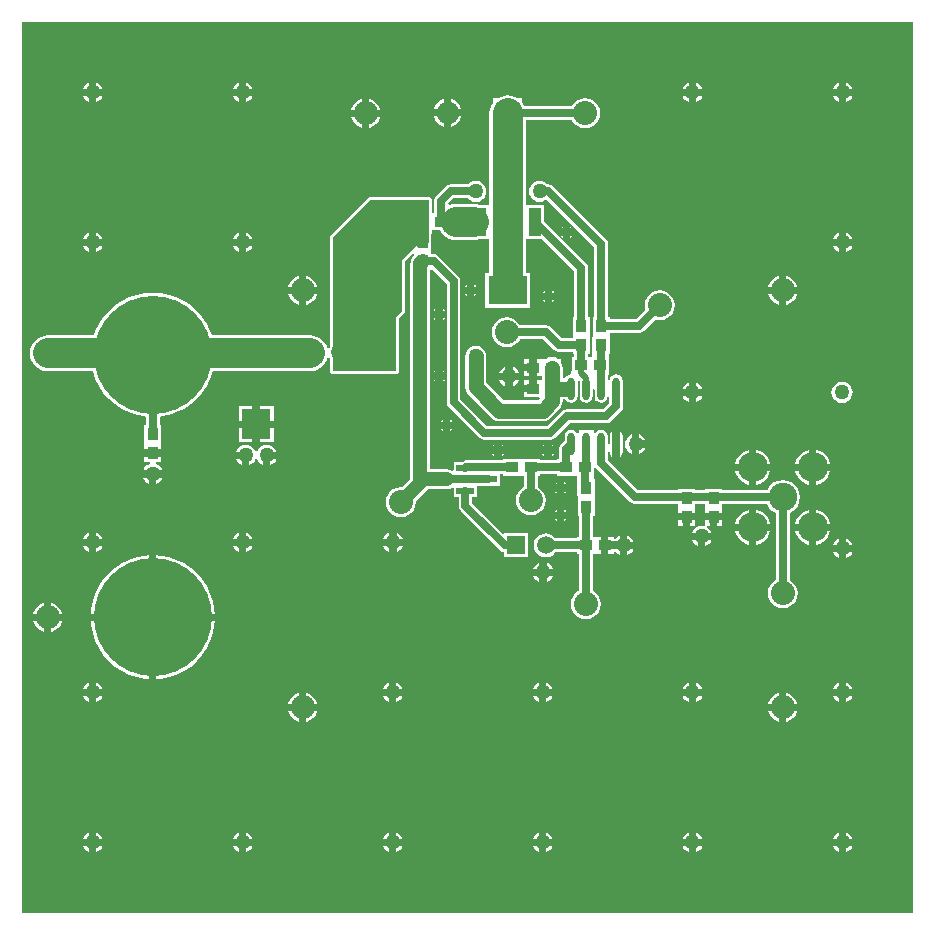
<source format=gtl>
%FSLAX24Y24*%
%MOIN*%
G70*
G01*
G75*
G04 Layer_Physical_Order=1*
G04 Layer_Color=255*
%ADD10R,0.0394X0.0374*%
%ADD11R,0.0374X0.0394*%
%ADD12R,0.1299X0.0945*%
%ADD13R,0.0394X0.0945*%
%ADD14R,0.0965X0.1004*%
%ADD15O,0.0236X0.0748*%
%ADD16R,0.0591X0.0236*%
%ADD17C,0.0450*%
%ADD18C,0.0250*%
%ADD19C,0.0500*%
%ADD20C,0.1000*%
%ADD21C,0.0200*%
%ADD22C,0.0800*%
%ADD23C,0.3937*%
%ADD24R,0.0750X0.0750*%
%ADD25C,0.0748*%
%ADD26C,0.0591*%
%ADD27R,0.0591X0.0591*%
%ADD28C,0.0950*%
%ADD29C,0.1000*%
%ADD30C,0.0500*%
%ADD31C,0.0250*%
G36*
X29847Y153D02*
X153D01*
Y29847D01*
X29847D01*
Y153D01*
D02*
G37*
%LPC*%
G36*
X12385Y12375D02*
X12183D01*
X12204Y12323D01*
X12260Y12250D01*
X12333Y12194D01*
X12385Y12173D01*
Y12375D01*
D02*
G37*
G36*
X12837D02*
X12635D01*
Y12173D01*
X12687Y12194D01*
X12760Y12250D01*
X12816Y12323D01*
X12837Y12375D01*
D02*
G37*
G36*
X22675Y12575D02*
X22473D01*
X22494Y12523D01*
X22550Y12450D01*
X22623Y12394D01*
X22675Y12373D01*
Y12575D01*
D02*
G37*
G36*
X2827Y12375D02*
X2625D01*
Y12173D01*
X2677Y12194D01*
X2750Y12250D01*
X2806Y12323D01*
X2827Y12375D01*
D02*
G37*
G36*
X7375D02*
X7173D01*
X7194Y12323D01*
X7250Y12250D01*
X7323Y12194D01*
X7375Y12173D01*
Y12375D01*
D02*
G37*
G36*
X7827D02*
X7625D01*
Y12173D01*
X7677Y12194D01*
X7750Y12250D01*
X7806Y12323D01*
X7827Y12375D01*
D02*
G37*
G36*
X23127Y12575D02*
X22925D01*
Y12373D01*
X22977Y12394D01*
X23050Y12450D01*
X23106Y12523D01*
X23127Y12575D01*
D02*
G37*
G36*
X27089Y12875D02*
X26625D01*
Y12411D01*
X26731Y12443D01*
X26835Y12499D01*
X26926Y12574D01*
X27001Y12665D01*
X27057Y12769D01*
X27089Y12875D01*
D02*
G37*
G36*
X27375Y12627D02*
X27323Y12606D01*
X27250Y12550D01*
X27194Y12477D01*
X27173Y12425D01*
X27375D01*
Y12627D01*
D02*
G37*
G36*
X27625D02*
Y12425D01*
X27827D01*
X27806Y12477D01*
X27750Y12550D01*
X27677Y12606D01*
X27625Y12627D01*
D02*
G37*
G36*
X24375Y12875D02*
X23911D01*
X23943Y12769D01*
X23999Y12665D01*
X24074Y12574D01*
X24165Y12499D01*
X24269Y12443D01*
X24375Y12411D01*
Y12875D01*
D02*
G37*
G36*
X25089D02*
X24625D01*
Y12411D01*
X24731Y12443D01*
X24835Y12499D01*
X24926Y12574D01*
X25001Y12665D01*
X25057Y12769D01*
X25089Y12875D01*
D02*
G37*
G36*
X26375D02*
X25911D01*
X25943Y12769D01*
X25999Y12665D01*
X26074Y12574D01*
X26165Y12499D01*
X26269Y12443D01*
X26375Y12411D01*
Y12875D01*
D02*
G37*
G36*
X2375Y12375D02*
X2173D01*
X2194Y12323D01*
X2250Y12250D01*
X2323Y12194D01*
X2375Y12173D01*
Y12375D01*
D02*
G37*
G36*
X1125Y10488D02*
Y10125D01*
X1488D01*
X1487Y10131D01*
X1437Y10252D01*
X1357Y10357D01*
X1252Y10437D01*
X1131Y10487D01*
X1125Y10488D01*
D02*
G37*
G36*
X4375Y12065D02*
X4229Y12055D01*
X3963Y12002D01*
X3707Y11915D01*
X3464Y11795D01*
X3238Y11645D01*
X3034Y11466D01*
X2855Y11262D01*
X2705Y11036D01*
X2585Y10793D01*
X2498Y10537D01*
X2445Y10271D01*
X2435Y10125D01*
X4375D01*
Y12065D01*
D02*
G37*
G36*
X4625D02*
Y10125D01*
X6565D01*
X6555Y10271D01*
X6502Y10537D01*
X6415Y10793D01*
X6295Y11036D01*
X6145Y11262D01*
X5966Y11466D01*
X5762Y11645D01*
X5536Y11795D01*
X5293Y11915D01*
X5037Y12002D01*
X4771Y12055D01*
X4625Y12065D01*
D02*
G37*
G36*
X875Y9875D02*
X512D01*
X513Y9869D01*
X563Y9748D01*
X643Y9643D01*
X748Y9563D01*
X869Y9513D01*
X875Y9512D01*
Y9875D01*
D02*
G37*
G36*
X1488D02*
X1125D01*
Y9512D01*
X1131Y9513D01*
X1252Y9563D01*
X1357Y9643D01*
X1437Y9748D01*
X1487Y9869D01*
X1488Y9875D01*
D02*
G37*
G36*
X875Y10488D02*
X869Y10487D01*
X748Y10437D01*
X643Y10357D01*
X563Y10252D01*
X513Y10131D01*
X512Y10125D01*
X875D01*
Y10488D01*
D02*
G37*
G36*
X17390Y11375D02*
X17188D01*
X17209Y11323D01*
X17265Y11250D01*
X17338Y11194D01*
X17390Y11173D01*
Y11375D01*
D02*
G37*
G36*
X27375Y12175D02*
X27173D01*
X27194Y12123D01*
X27250Y12050D01*
X27323Y11994D01*
X27375Y11973D01*
Y12175D01*
D02*
G37*
G36*
X27827D02*
X27625D01*
Y11973D01*
X27677Y11994D01*
X27750Y12050D01*
X27806Y12123D01*
X27827Y12175D01*
D02*
G37*
G36*
X20527Y12275D02*
X20325D01*
Y12073D01*
X20377Y12094D01*
X20450Y12150D01*
X20506Y12223D01*
X20527Y12275D01*
D02*
G37*
G36*
X17842Y11375D02*
X17640D01*
Y11173D01*
X17691Y11194D01*
X17765Y11250D01*
X17821Y11323D01*
X17842Y11375D01*
D02*
G37*
G36*
X17390Y11827D02*
X17338Y11806D01*
X17265Y11750D01*
X17209Y11677D01*
X17188Y11625D01*
X17390D01*
Y11827D01*
D02*
G37*
G36*
X17640D02*
Y11625D01*
X17842D01*
X17821Y11677D01*
X17765Y11750D01*
X17691Y11806D01*
X17640Y11827D01*
D02*
G37*
G36*
X18287Y13275D02*
X18225D01*
Y13213D01*
X18262Y13238D01*
X18287Y13275D01*
D02*
G37*
G36*
X17975Y13587D02*
X17937Y13562D01*
X17912Y13525D01*
X17975D01*
Y13587D01*
D02*
G37*
G36*
X18225D02*
Y13525D01*
X18287D01*
X18262Y13562D01*
X18225Y13587D01*
D02*
G37*
G36*
X26375Y13589D02*
X26269Y13557D01*
X26165Y13501D01*
X26074Y13426D01*
X25999Y13335D01*
X25943Y13231D01*
X25911Y13125D01*
X26375D01*
Y13589D01*
D02*
G37*
G36*
X26625D02*
Y13125D01*
X27089D01*
X27057Y13231D01*
X27001Y13335D01*
X26926Y13426D01*
X26835Y13501D01*
X26731Y13557D01*
X26625Y13589D01*
D02*
G37*
G36*
X17975Y13275D02*
X17912D01*
X17937Y13238D01*
X17975Y13213D01*
Y13275D01*
D02*
G37*
G36*
Y14190D02*
X17912D01*
X17937Y14153D01*
X17975Y14128D01*
Y14190D01*
D02*
G37*
G36*
X26375Y14875D02*
X25911D01*
X25943Y14769D01*
X25999Y14665D01*
X26074Y14574D01*
X26165Y14499D01*
X26269Y14443D01*
X26375Y14411D01*
Y14875D01*
D02*
G37*
G36*
X27089D02*
X26625D01*
Y14411D01*
X26731Y14443D01*
X26835Y14499D01*
X26926Y14574D01*
X27001Y14665D01*
X27057Y14769D01*
X27089Y14875D01*
D02*
G37*
G36*
X17975Y14502D02*
X17937Y14477D01*
X17912Y14440D01*
X17975D01*
Y14502D01*
D02*
G37*
G36*
X18287Y14190D02*
X18225D01*
Y14128D01*
X18262Y14153D01*
X18287Y14190D01*
D02*
G37*
G36*
X24375Y14875D02*
X23911D01*
X23943Y14769D01*
X23999Y14665D01*
X24074Y14574D01*
X24165Y14499D01*
X24269Y14443D01*
X24375Y14411D01*
Y14875D01*
D02*
G37*
G36*
X25089D02*
X24625D01*
Y14411D01*
X24731Y14443D01*
X24835Y14499D01*
X24926Y14574D01*
X25001Y14665D01*
X25057Y14769D01*
X25089Y14875D01*
D02*
G37*
G36*
X24625Y13589D02*
Y13125D01*
X25089D01*
X25057Y13231D01*
X25001Y13335D01*
X24926Y13426D01*
X24835Y13501D01*
X24731Y13557D01*
X24625Y13589D01*
D02*
G37*
G36*
X2625Y12827D02*
Y12625D01*
X2827D01*
X2806Y12677D01*
X2750Y12750D01*
X2677Y12806D01*
X2625Y12827D01*
D02*
G37*
G36*
X7375D02*
X7323Y12806D01*
X7250Y12750D01*
X7194Y12677D01*
X7173Y12625D01*
X7375D01*
Y12827D01*
D02*
G37*
G36*
X7625D02*
Y12625D01*
X7827D01*
X7806Y12677D01*
X7750Y12750D01*
X7677Y12806D01*
X7625Y12827D01*
D02*
G37*
G36*
X20325Y12727D02*
Y12525D01*
X20527D01*
X20506Y12577D01*
X20450Y12650D01*
X20377Y12706D01*
X20325Y12727D01*
D02*
G37*
G36*
X20075D02*
X20023Y12706D01*
X19950Y12650D01*
X19909Y12596D01*
X19862Y12612D01*
Y12687D01*
X19690D01*
Y12400D01*
Y12113D01*
X19862D01*
Y12188D01*
X19909Y12204D01*
X19950Y12150D01*
X20023Y12094D01*
X20075Y12073D01*
Y12400D01*
Y12727D01*
D02*
G37*
G36*
X2375Y12827D02*
X2323Y12806D01*
X2250Y12750D01*
X2194Y12677D01*
X2173Y12625D01*
X2375D01*
Y12827D01*
D02*
G37*
G36*
X12385D02*
X12333Y12806D01*
X12260Y12750D01*
X12204Y12677D01*
X12183Y12625D01*
X12385D01*
Y12827D01*
D02*
G37*
G36*
X22587Y13230D02*
X22425D01*
Y13058D01*
X22587D01*
Y13230D01*
D02*
G37*
G36*
X23487Y13230D02*
X23325D01*
Y13058D01*
X23487D01*
Y13230D01*
D02*
G37*
G36*
X24375Y13589D02*
X24269Y13557D01*
X24165Y13501D01*
X24074Y13426D01*
X23999Y13335D01*
X23943Y13231D01*
X23911Y13125D01*
X24375D01*
Y13589D01*
D02*
G37*
G36*
X12635Y12827D02*
Y12625D01*
X12837D01*
X12816Y12677D01*
X12760Y12750D01*
X12687Y12806D01*
X12635Y12827D01*
D02*
G37*
G36*
X23075Y13230D02*
X22913D01*
Y13076D01*
X22875Y13043D01*
X22800Y13053D01*
X22709Y13041D01*
X22623Y13006D01*
X22550Y12950D01*
X22494Y12877D01*
X22473Y12825D01*
X23127D01*
X23106Y12877D01*
X23050Y12950D01*
X22977Y13006D01*
X22968Y13009D01*
X22978Y13058D01*
X23075D01*
Y13230D01*
D02*
G37*
G36*
X22175Y13230D02*
X22013D01*
Y13058D01*
X22175D01*
Y13230D01*
D02*
G37*
G36*
X12625Y2827D02*
Y2625D01*
X12827D01*
X12806Y2677D01*
X12750Y2750D01*
X12677Y2806D01*
X12625Y2827D01*
D02*
G37*
G36*
X17375D02*
X17323Y2806D01*
X17250Y2750D01*
X17194Y2677D01*
X17173Y2625D01*
X17375D01*
Y2827D01*
D02*
G37*
G36*
X17625D02*
Y2625D01*
X17827D01*
X17806Y2677D01*
X17750Y2750D01*
X17677Y2806D01*
X17625Y2827D01*
D02*
G37*
G36*
X7375D02*
X7323Y2806D01*
X7250Y2750D01*
X7194Y2677D01*
X7173Y2625D01*
X7375D01*
Y2827D01*
D02*
G37*
G36*
X7625D02*
Y2625D01*
X7827D01*
X7806Y2677D01*
X7750Y2750D01*
X7677Y2806D01*
X7625Y2827D01*
D02*
G37*
G36*
X12375D02*
X12323Y2806D01*
X12250Y2750D01*
X12194Y2677D01*
X12173Y2625D01*
X12375D01*
Y2827D01*
D02*
G37*
G36*
X22365D02*
X22313Y2806D01*
X22240Y2750D01*
X22184Y2677D01*
X22163Y2625D01*
X22365D01*
Y2827D01*
D02*
G37*
G36*
X25375Y6875D02*
X25012D01*
X25013Y6869D01*
X25063Y6748D01*
X25143Y6643D01*
X25248Y6563D01*
X25369Y6513D01*
X25375Y6512D01*
Y6875D01*
D02*
G37*
G36*
X25988D02*
X25625D01*
Y6512D01*
X25631Y6513D01*
X25752Y6563D01*
X25857Y6643D01*
X25937Y6748D01*
X25987Y6869D01*
X25988Y6875D01*
D02*
G37*
G36*
X9375Y6876D02*
X9012D01*
X9013Y6870D01*
X9063Y6749D01*
X9143Y6644D01*
X9248Y6564D01*
X9369Y6514D01*
X9375Y6513D01*
Y6876D01*
D02*
G37*
G36*
X22615Y2827D02*
Y2625D01*
X22817D01*
X22796Y2677D01*
X22740Y2750D01*
X22667Y2806D01*
X22615Y2827D01*
D02*
G37*
G36*
X27375D02*
X27323Y2806D01*
X27250Y2750D01*
X27194Y2677D01*
X27173Y2625D01*
X27375D01*
Y2827D01*
D02*
G37*
G36*
X27625D02*
Y2625D01*
X27827D01*
X27806Y2677D01*
X27750Y2750D01*
X27677Y2806D01*
X27625Y2827D01*
D02*
G37*
G36*
X2625D02*
Y2625D01*
X2827D01*
X2806Y2677D01*
X2750Y2750D01*
X2677Y2806D01*
X2625Y2827D01*
D02*
G37*
G36*
X7827Y2375D02*
X7625D01*
Y2173D01*
X7677Y2194D01*
X7750Y2250D01*
X7806Y2323D01*
X7827Y2375D01*
D02*
G37*
G36*
X12375D02*
X12173D01*
X12194Y2323D01*
X12250Y2250D01*
X12323Y2194D01*
X12375Y2173D01*
Y2375D01*
D02*
G37*
G36*
X12827D02*
X12625D01*
Y2173D01*
X12677Y2194D01*
X12750Y2250D01*
X12806Y2323D01*
X12827Y2375D01*
D02*
G37*
G36*
X2375D02*
X2173D01*
X2194Y2323D01*
X2250Y2250D01*
X2323Y2194D01*
X2375Y2173D01*
Y2375D01*
D02*
G37*
G36*
X2827D02*
X2625D01*
Y2173D01*
X2677Y2194D01*
X2750Y2250D01*
X2806Y2323D01*
X2827Y2375D01*
D02*
G37*
G36*
X7375D02*
X7173D01*
X7194Y2323D01*
X7250Y2250D01*
X7323Y2194D01*
X7375Y2173D01*
Y2375D01*
D02*
G37*
G36*
X17375D02*
X17173D01*
X17194Y2323D01*
X17250Y2250D01*
X17323Y2194D01*
X17375Y2173D01*
Y2375D01*
D02*
G37*
G36*
X27375D02*
X27173D01*
X27194Y2323D01*
X27250Y2250D01*
X27323Y2194D01*
X27375Y2173D01*
Y2375D01*
D02*
G37*
G36*
X27827D02*
X27625D01*
Y2173D01*
X27677Y2194D01*
X27750Y2250D01*
X27806Y2323D01*
X27827Y2375D01*
D02*
G37*
G36*
X2375Y2827D02*
X2323Y2806D01*
X2250Y2750D01*
X2194Y2677D01*
X2173Y2625D01*
X2375D01*
Y2827D01*
D02*
G37*
G36*
X17827Y2375D02*
X17625D01*
Y2173D01*
X17677Y2194D01*
X17750Y2250D01*
X17806Y2323D01*
X17827Y2375D01*
D02*
G37*
G36*
X22365D02*
X22163D01*
X22184Y2323D01*
X22240Y2250D01*
X22313Y2194D01*
X22365Y2173D01*
Y2375D01*
D02*
G37*
G36*
X22817D02*
X22615D01*
Y2173D01*
X22667Y2194D01*
X22740Y2250D01*
X22796Y2323D01*
X22817Y2375D01*
D02*
G37*
G36*
X12375Y7827D02*
X12323Y7806D01*
X12250Y7750D01*
X12194Y7677D01*
X12173Y7625D01*
X12375D01*
Y7827D01*
D02*
G37*
G36*
X12625D02*
Y7625D01*
X12827D01*
X12806Y7677D01*
X12750Y7750D01*
X12677Y7806D01*
X12625Y7827D01*
D02*
G37*
G36*
X17375D02*
X17323Y7806D01*
X17250Y7750D01*
X17194Y7677D01*
X17173Y7625D01*
X17375D01*
Y7827D01*
D02*
G37*
G36*
X27827Y7375D02*
X27625D01*
Y7173D01*
X27677Y7194D01*
X27750Y7250D01*
X27806Y7323D01*
X27827Y7375D01*
D02*
G37*
G36*
X2375Y7827D02*
X2323Y7806D01*
X2250Y7750D01*
X2194Y7677D01*
X2173Y7625D01*
X2375D01*
Y7827D01*
D02*
G37*
G36*
X2625D02*
Y7625D01*
X2827D01*
X2806Y7677D01*
X2750Y7750D01*
X2677Y7806D01*
X2625Y7827D01*
D02*
G37*
G36*
X17625D02*
Y7625D01*
X17827D01*
X17806Y7677D01*
X17750Y7750D01*
X17677Y7806D01*
X17625Y7827D01*
D02*
G37*
G36*
X27625D02*
Y7625D01*
X27827D01*
X27806Y7677D01*
X27750Y7750D01*
X27677Y7806D01*
X27625Y7827D01*
D02*
G37*
G36*
X4375Y9875D02*
X2435D01*
X2445Y9729D01*
X2498Y9463D01*
X2585Y9207D01*
X2705Y8964D01*
X2855Y8738D01*
X3034Y8534D01*
X3238Y8355D01*
X3464Y8205D01*
X3707Y8085D01*
X3963Y7998D01*
X4229Y7945D01*
X4375Y7935D01*
Y9875D01*
D02*
G37*
G36*
X6565D02*
X4625D01*
Y7935D01*
X4771Y7945D01*
X5037Y7998D01*
X5293Y8085D01*
X5536Y8205D01*
X5762Y8355D01*
X5966Y8534D01*
X6145Y8738D01*
X6295Y8964D01*
X6415Y9207D01*
X6502Y9463D01*
X6555Y9729D01*
X6565Y9875D01*
D02*
G37*
G36*
X22365Y7827D02*
X22313Y7806D01*
X22240Y7750D01*
X22184Y7677D01*
X22163Y7625D01*
X22365D01*
Y7827D01*
D02*
G37*
G36*
X22615D02*
Y7625D01*
X22817D01*
X22796Y7677D01*
X22740Y7750D01*
X22667Y7806D01*
X22615Y7827D01*
D02*
G37*
G36*
X27375D02*
X27323Y7806D01*
X27250Y7750D01*
X27194Y7677D01*
X27173Y7625D01*
X27375D01*
Y7827D01*
D02*
G37*
G36*
Y7375D02*
X27173D01*
X27194Y7323D01*
X27250Y7250D01*
X27323Y7194D01*
X27375Y7173D01*
Y7375D01*
D02*
G37*
G36*
X9375Y7489D02*
X9369Y7488D01*
X9248Y7438D01*
X9143Y7358D01*
X9063Y7253D01*
X9013Y7132D01*
X9012Y7126D01*
X9375D01*
Y7489D01*
D02*
G37*
G36*
X9625D02*
Y7126D01*
X9988D01*
X9987Y7132D01*
X9937Y7253D01*
X9857Y7358D01*
X9752Y7438D01*
X9631Y7488D01*
X9625Y7489D01*
D02*
G37*
G36*
X2375Y7375D02*
X2173D01*
X2194Y7323D01*
X2250Y7250D01*
X2323Y7194D01*
X2375Y7173D01*
Y7375D01*
D02*
G37*
G36*
X9988Y6876D02*
X9625D01*
Y6513D01*
X9631Y6514D01*
X9752Y6564D01*
X9857Y6644D01*
X9937Y6749D01*
X9987Y6870D01*
X9988Y6876D01*
D02*
G37*
G36*
X25375Y7488D02*
X25369Y7487D01*
X25248Y7437D01*
X25143Y7357D01*
X25063Y7252D01*
X25013Y7131D01*
X25012Y7125D01*
X25375D01*
Y7488D01*
D02*
G37*
G36*
X25625D02*
Y7125D01*
X25988D01*
X25987Y7131D01*
X25937Y7252D01*
X25857Y7357D01*
X25752Y7437D01*
X25631Y7487D01*
X25625Y7488D01*
D02*
G37*
G36*
X2827Y7375D02*
X2625D01*
Y7173D01*
X2677Y7194D01*
X2750Y7250D01*
X2806Y7323D01*
X2827Y7375D01*
D02*
G37*
G36*
X17827D02*
X17625D01*
Y7173D01*
X17677Y7194D01*
X17750Y7250D01*
X17806Y7323D01*
X17827Y7375D01*
D02*
G37*
G36*
X22365D02*
X22163D01*
X22184Y7323D01*
X22240Y7250D01*
X22313Y7194D01*
X22365Y7173D01*
Y7375D01*
D02*
G37*
G36*
X22817D02*
X22615D01*
Y7173D01*
X22667Y7194D01*
X22740Y7250D01*
X22796Y7323D01*
X22817Y7375D01*
D02*
G37*
G36*
X12375D02*
X12173D01*
X12194Y7323D01*
X12250Y7250D01*
X12323Y7194D01*
X12375Y7173D01*
Y7375D01*
D02*
G37*
G36*
X12827D02*
X12625D01*
Y7173D01*
X12677Y7194D01*
X12750Y7250D01*
X12806Y7323D01*
X12827Y7375D01*
D02*
G37*
G36*
X17375D02*
X17173D01*
X17194Y7323D01*
X17250Y7250D01*
X17323Y7194D01*
X17375Y7173D01*
Y7375D01*
D02*
G37*
G36*
X18225Y14502D02*
Y14440D01*
X18287D01*
X18262Y14477D01*
X18225Y14502D01*
D02*
G37*
G36*
X2625Y22827D02*
Y22625D01*
X2827D01*
X2806Y22677D01*
X2750Y22750D01*
X2677Y22806D01*
X2625Y22827D01*
D02*
G37*
G36*
X7375D02*
X7323Y22806D01*
X7250Y22750D01*
X7194Y22677D01*
X7173Y22625D01*
X7375D01*
Y22827D01*
D02*
G37*
G36*
X7625D02*
Y22625D01*
X7827D01*
X7806Y22677D01*
X7750Y22750D01*
X7677Y22806D01*
X7625Y22827D01*
D02*
G37*
G36*
X27375Y22375D02*
X27173D01*
X27194Y22323D01*
X27250Y22250D01*
X27323Y22194D01*
X27375Y22173D01*
Y22375D01*
D02*
G37*
G36*
X27827D02*
X27625D01*
Y22173D01*
X27677Y22194D01*
X27750Y22250D01*
X27806Y22323D01*
X27827Y22375D01*
D02*
G37*
G36*
X2375Y22827D02*
X2323Y22806D01*
X2250Y22750D01*
X2194Y22677D01*
X2173Y22625D01*
X2375D01*
Y22827D01*
D02*
G37*
G36*
X18480Y22722D02*
X18418D01*
Y22660D01*
X18455Y22685D01*
X18480Y22722D01*
D02*
G37*
G36*
X18168Y23034D02*
X18131Y23009D01*
X18106Y22972D01*
X18168D01*
Y23034D01*
D02*
G37*
G36*
X18418D02*
Y22972D01*
X18480D01*
X18455Y23009D01*
X18418Y23034D01*
D02*
G37*
G36*
X27375Y22827D02*
X27323Y22806D01*
X27250Y22750D01*
X27194Y22677D01*
X27173Y22625D01*
X27375D01*
Y22827D01*
D02*
G37*
G36*
X27625D02*
Y22625D01*
X27827D01*
X27806Y22677D01*
X27750Y22750D01*
X27677Y22806D01*
X27625Y22827D01*
D02*
G37*
G36*
X18168Y22722D02*
X18106D01*
X18131Y22685D01*
X18168Y22660D01*
Y22722D01*
D02*
G37*
G36*
X7827Y22375D02*
X7625D01*
Y22173D01*
X7677Y22194D01*
X7750Y22250D01*
X7806Y22323D01*
X7827Y22375D01*
D02*
G37*
G36*
X25375Y20774D02*
X25012D01*
X25013Y20769D01*
X25063Y20647D01*
X25143Y20543D01*
X25248Y20463D01*
X25369Y20412D01*
X25375Y20412D01*
Y20774D01*
D02*
G37*
G36*
X25988D02*
X25625D01*
Y20412D01*
X25631Y20412D01*
X25752Y20463D01*
X25857Y20543D01*
X25937Y20647D01*
X25987Y20769D01*
X25988Y20774D01*
D02*
G37*
G36*
X9375Y21387D02*
X9369Y21387D01*
X9248Y21336D01*
X9143Y21256D01*
X9063Y21152D01*
X9013Y21030D01*
X9012Y21024D01*
X9375D01*
Y21387D01*
D02*
G37*
G36*
X14175Y20287D02*
Y20225D01*
X14237D01*
X14212Y20262D01*
X14175Y20287D01*
D02*
G37*
G36*
X9375Y20774D02*
X9012D01*
X9013Y20769D01*
X9063Y20647D01*
X9143Y20543D01*
X9248Y20463D01*
X9369Y20412D01*
X9375Y20412D01*
Y20774D01*
D02*
G37*
G36*
X9988D02*
X9625D01*
Y20412D01*
X9631Y20412D01*
X9752Y20463D01*
X9857Y20543D01*
X9937Y20647D01*
X9987Y20769D01*
X9988Y20774D01*
D02*
G37*
G36*
X2375Y22375D02*
X2173D01*
X2194Y22323D01*
X2250Y22250D01*
X2323Y22194D01*
X2375Y22173D01*
Y22375D01*
D02*
G37*
G36*
X2827D02*
X2625D01*
Y22173D01*
X2677Y22194D01*
X2750Y22250D01*
X2806Y22323D01*
X2827Y22375D01*
D02*
G37*
G36*
X7375D02*
X7173D01*
X7194Y22323D01*
X7250Y22250D01*
X7323Y22194D01*
X7375Y22173D01*
Y22375D01*
D02*
G37*
G36*
X9625Y21387D02*
Y21024D01*
X9988D01*
X9987Y21030D01*
X9937Y21152D01*
X9857Y21256D01*
X9752Y21336D01*
X9631Y21387D01*
X9625Y21387D01*
D02*
G37*
G36*
X25375D02*
X25369Y21387D01*
X25248Y21336D01*
X25143Y21256D01*
X25063Y21152D01*
X25013Y21030D01*
X25012Y21024D01*
X25375D01*
Y21387D01*
D02*
G37*
G36*
X25625D02*
Y21024D01*
X25988D01*
X25987Y21030D01*
X25937Y21152D01*
X25857Y21256D01*
X25752Y21336D01*
X25631Y21387D01*
X25625Y21387D01*
D02*
G37*
G36*
X27827Y27375D02*
X27625D01*
Y27173D01*
X27677Y27194D01*
X27750Y27250D01*
X27806Y27323D01*
X27827Y27375D01*
D02*
G37*
G36*
X2375Y27827D02*
X2323Y27806D01*
X2250Y27750D01*
X2194Y27677D01*
X2173Y27625D01*
X2375D01*
Y27827D01*
D02*
G37*
G36*
X2625D02*
Y27625D01*
X2827D01*
X2806Y27677D01*
X2750Y27750D01*
X2677Y27806D01*
X2625Y27827D01*
D02*
G37*
G36*
X22365Y27375D02*
X22163D01*
X22184Y27323D01*
X22240Y27250D01*
X22313Y27194D01*
X22365Y27173D01*
Y27375D01*
D02*
G37*
G36*
X22817D02*
X22615D01*
Y27173D01*
X22667Y27194D01*
X22740Y27250D01*
X22796Y27323D01*
X22817Y27375D01*
D02*
G37*
G36*
X27375D02*
X27173D01*
X27194Y27323D01*
X27250Y27250D01*
X27323Y27194D01*
X27375Y27173D01*
Y27375D01*
D02*
G37*
G36*
X22615Y27827D02*
Y27625D01*
X22817D01*
X22796Y27677D01*
X22740Y27750D01*
X22667Y27806D01*
X22615Y27827D01*
D02*
G37*
G36*
X27375D02*
X27323Y27806D01*
X27250Y27750D01*
X27194Y27677D01*
X27173Y27625D01*
X27375D01*
Y27827D01*
D02*
G37*
G36*
X27625D02*
Y27625D01*
X27827D01*
X27806Y27677D01*
X27750Y27750D01*
X27677Y27806D01*
X27625Y27827D01*
D02*
G37*
G36*
X7375D02*
X7323Y27806D01*
X7250Y27750D01*
X7194Y27677D01*
X7173Y27625D01*
X7375D01*
Y27827D01*
D02*
G37*
G36*
X7625D02*
Y27625D01*
X7827D01*
X7806Y27677D01*
X7750Y27750D01*
X7677Y27806D01*
X7625Y27827D01*
D02*
G37*
G36*
X22365D02*
X22313Y27806D01*
X22240Y27750D01*
X22184Y27677D01*
X22163Y27625D01*
X22365D01*
Y27827D01*
D02*
G37*
G36*
X7827Y27375D02*
X7625D01*
Y27173D01*
X7677Y27194D01*
X7750Y27250D01*
X7806Y27323D01*
X7827Y27375D01*
D02*
G37*
G36*
X14205Y26696D02*
X13869D01*
X13916Y26582D01*
X13992Y26483D01*
X14091Y26407D01*
X14205Y26360D01*
Y26696D01*
D02*
G37*
G36*
X14791D02*
X14455D01*
Y26360D01*
X14569Y26407D01*
X14668Y26483D01*
X14744Y26582D01*
X14791Y26696D01*
D02*
G37*
G36*
X11475Y27288D02*
X11469Y27287D01*
X11348Y27237D01*
X11243Y27157D01*
X11163Y27052D01*
X11113Y26931D01*
X11112Y26925D01*
X11475D01*
Y27288D01*
D02*
G37*
G36*
X16330Y27403D02*
X16212Y27391D01*
X16099Y27357D01*
X15995Y27301D01*
X15989Y27296D01*
X15855D01*
Y27167D01*
X15829Y27135D01*
X15773Y27031D01*
X15739Y26918D01*
X15727Y26800D01*
Y23755D01*
X15721D01*
Y23755D01*
X15380D01*
X15318Y23774D01*
X15200Y23786D01*
X14620D01*
X14502Y23774D01*
X14389Y23740D01*
X14387Y23739D01*
X14363Y23753D01*
X14357Y23803D01*
X14525Y23971D01*
X15005D01*
X15020Y23950D01*
X15093Y23894D01*
X15179Y23859D01*
X15270Y23847D01*
X15361Y23859D01*
X15447Y23894D01*
X15520Y23950D01*
X15576Y24023D01*
X15611Y24109D01*
X15623Y24200D01*
X15611Y24291D01*
X15576Y24377D01*
X15520Y24450D01*
X15447Y24506D01*
X15361Y24541D01*
X15270Y24553D01*
X15179Y24541D01*
X15093Y24506D01*
X15020Y24450D01*
X15005Y24429D01*
X14430D01*
X14342Y24412D01*
X14268Y24362D01*
X13953Y24047D01*
X13903Y23973D01*
X13886Y23885D01*
Y23470D01*
X13837D01*
X13837Y23470D01*
Y23470D01*
X13812Y23470D01*
X13802Y23480D01*
Y23900D01*
X13794Y23939D01*
X13772Y23972D01*
X13739Y23994D01*
X13700Y24002D01*
X11740D01*
X11701Y23994D01*
X11668Y23972D01*
X10428Y22732D01*
X10406Y22699D01*
X10398Y22660D01*
Y20462D01*
X10397Y20454D01*
Y19018D01*
X10376Y18966D01*
X10326Y18969D01*
X10307Y19031D01*
X10251Y19136D01*
X10176Y19227D01*
X10085Y19302D01*
X9980Y19357D01*
X9867Y19392D01*
X9750Y19403D01*
X8548Y19403D01*
X8532Y19418D01*
Y19418D01*
X7368D01*
Y19402D01*
X6463Y19402D01*
X6415Y19543D01*
X6295Y19786D01*
X6145Y20012D01*
X5966Y20216D01*
X5762Y20395D01*
X5536Y20545D01*
X5293Y20665D01*
X5037Y20752D01*
X4771Y20805D01*
X4500Y20823D01*
X4229Y20805D01*
X3963Y20752D01*
X3707Y20665D01*
X3464Y20545D01*
X3238Y20395D01*
X3034Y20216D01*
X2855Y20012D01*
X2705Y19786D01*
X2585Y19543D01*
X2536Y19400D01*
X1000Y19400D01*
X882Y19388D01*
X769Y19354D01*
X665Y19298D01*
X573Y19223D01*
X499Y19132D01*
X443Y19027D01*
X409Y18914D01*
X397Y18797D01*
X409Y18679D01*
X443Y18566D01*
X499Y18462D01*
X574Y18370D01*
X665Y18295D01*
X769Y18240D01*
X883Y18205D01*
X1000Y18194D01*
X2504Y18194D01*
X2585Y17957D01*
X2705Y17714D01*
X2855Y17488D01*
X3034Y17284D01*
X3238Y17105D01*
X3464Y16955D01*
X3707Y16835D01*
X3963Y16748D01*
X4229Y16695D01*
X4271Y16692D01*
Y16396D01*
X4213D01*
Y15802D01*
X4213Y15802D01*
X4213Y15766D01*
X4213D01*
Y15594D01*
X4787D01*
Y15766D01*
D01*
Y15766D01*
X4787Y15766D01*
Y15802D01*
X4787D01*
Y16396D01*
X4729D01*
Y16692D01*
X4771Y16695D01*
X5037Y16748D01*
X5293Y16835D01*
X5536Y16955D01*
X5762Y17105D01*
X5966Y17284D01*
X6145Y17488D01*
X6295Y17714D01*
X6415Y17957D01*
X6496Y18196D01*
X9750Y18197D01*
X9868Y18209D01*
X9981Y18243D01*
X10085Y18299D01*
X10176Y18374D01*
X10251Y18466D01*
X10307Y18570D01*
X10339Y18674D01*
X10362Y18675D01*
X10398Y18641D01*
Y18200D01*
X10406Y18161D01*
X10428Y18128D01*
X10461Y18106D01*
X10500Y18098D01*
X12600D01*
X12639Y18106D01*
X12672Y18128D01*
X12694Y18161D01*
X12702Y18200D01*
Y19958D01*
X12872Y20128D01*
X12894Y20161D01*
X12902Y20200D01*
Y21868D01*
X13167Y22133D01*
X13213Y22113D01*
Y22062D01*
X13188Y22037D01*
X13136Y21969D01*
X13120Y21929D01*
X13103Y21890D01*
X13098Y21847D01*
X13092Y21805D01*
Y14626D01*
X12806Y14340D01*
X12770Y14344D01*
X12639Y14327D01*
X12518Y14277D01*
X12413Y14197D01*
X12333Y14092D01*
X12283Y13971D01*
X12266Y13840D01*
X12283Y13709D01*
X12333Y13588D01*
X12413Y13483D01*
X12518Y13403D01*
X12639Y13353D01*
X12770Y13336D01*
X12901Y13353D01*
X13022Y13403D01*
X13127Y13483D01*
X13207Y13588D01*
X13257Y13709D01*
X13274Y13840D01*
X13270Y13876D01*
X13652Y14258D01*
X13663Y14272D01*
X14310D01*
X14395Y14283D01*
X14474Y14316D01*
X14486Y14325D01*
X14531Y14303D01*
Y14008D01*
X14697D01*
Y13717D01*
X14714Y13629D01*
X14764Y13555D01*
X14764Y13555D01*
X14764Y13555D01*
X16081Y12238D01*
X16081D01*
X16081Y12238D01*
X16081D01*
X16081Y12238D01*
Y12238D01*
X16081Y12238D01*
Y12238D01*
X16155Y12188D01*
X16205Y12178D01*
Y12005D01*
X16995D01*
Y12795D01*
X16205D01*
X16205Y12795D01*
Y12795D01*
X16182Y12786D01*
X15155Y13812D01*
Y14008D01*
X15321D01*
Y14371D01*
X15674D01*
X15731Y14382D01*
X16069D01*
Y14771D01*
X16188D01*
Y14713D01*
X16782D01*
Y14713D01*
X16782D01*
X16782Y14713D01*
X16818D01*
Y14713D01*
X16886D01*
Y14352D01*
X16848Y14337D01*
X16743Y14257D01*
X16663Y14152D01*
X16613Y14031D01*
X16596Y13900D01*
X16613Y13769D01*
X16663Y13648D01*
X16743Y13543D01*
X16848Y13463D01*
X16969Y13413D01*
X17100Y13396D01*
X17231Y13413D01*
X17352Y13463D01*
X17457Y13543D01*
X17537Y13648D01*
X17587Y13769D01*
X17604Y13900D01*
X17587Y14031D01*
X17537Y14152D01*
X17457Y14257D01*
X17352Y14337D01*
X17344Y14340D01*
Y14713D01*
X17412D01*
Y14771D01*
X17988D01*
Y14713D01*
X18582D01*
Y14713D01*
X18582D01*
X18582Y14713D01*
X18618D01*
D01*
X18650Y14713D01*
Y14050D01*
X18663D01*
X18663Y14018D01*
X18663D01*
X18663Y13982D01*
X18663D01*
Y13388D01*
X18721D01*
Y12687D01*
X18638D01*
Y12629D01*
X17922D01*
X17882Y12682D01*
X17799Y12745D01*
X17703Y12785D01*
X17600Y12799D01*
X17497Y12785D01*
X17401Y12745D01*
X17318Y12682D01*
X17255Y12599D01*
X17215Y12503D01*
X17201Y12400D01*
X17215Y12297D01*
X17255Y12201D01*
X17318Y12118D01*
X17401Y12055D01*
X17497Y12015D01*
X17600Y12001D01*
X17703Y12015D01*
X17799Y12055D01*
X17882Y12118D01*
X17922Y12171D01*
X18638D01*
Y12113D01*
X18706D01*
Y10886D01*
X18683Y10877D01*
X18578Y10797D01*
X18498Y10692D01*
X18448Y10571D01*
X18431Y10440D01*
X18448Y10309D01*
X18498Y10188D01*
X18578Y10083D01*
X18683Y10003D01*
X18805Y9953D01*
X18935Y9936D01*
X19066Y9953D01*
X19187Y10003D01*
X19292Y10083D01*
X19372Y10188D01*
X19422Y10309D01*
X19439Y10440D01*
X19422Y10571D01*
X19372Y10692D01*
X19292Y10797D01*
X19187Y10877D01*
X19164Y10886D01*
Y12113D01*
X19232D01*
Y12113D01*
X19232D01*
X19232Y12113D01*
X19268D01*
Y12113D01*
X19440D01*
Y12400D01*
Y12687D01*
X19268D01*
D01*
D01*
X19268Y12687D01*
X19232D01*
Y12687D01*
X19179D01*
Y13388D01*
X19237D01*
Y13982D01*
D01*
Y13982D01*
X19237Y13982D01*
Y14018D01*
X19237D01*
Y14612D01*
X19200D01*
Y14713D01*
X19212D01*
Y15000D01*
X19260Y15015D01*
X19288Y14973D01*
X20408Y13853D01*
X20482Y13803D01*
X20570Y13786D01*
X22013D01*
Y13688D01*
X22013Y13688D01*
X22013Y13652D01*
X22013D01*
Y13480D01*
X22587D01*
Y13652D01*
D01*
Y13652D01*
X22587Y13652D01*
Y13688D01*
X22587D01*
Y13786D01*
X22913D01*
Y13688D01*
X22913Y13688D01*
X22913Y13652D01*
X22913D01*
Y13480D01*
X23487D01*
Y13652D01*
D01*
Y13652D01*
X23487Y13652D01*
Y13688D01*
X23487D01*
Y13771D01*
X24973D01*
X24998Y13710D01*
X25090Y13590D01*
X25210Y13498D01*
X25271Y13473D01*
Y11246D01*
X25248Y11237D01*
X25143Y11157D01*
X25063Y11052D01*
X25013Y10931D01*
X24996Y10800D01*
X25013Y10669D01*
X25063Y10548D01*
X25143Y10443D01*
X25248Y10363D01*
X25369Y10313D01*
X25500Y10296D01*
X25631Y10313D01*
X25752Y10363D01*
X25857Y10443D01*
X25937Y10548D01*
X25987Y10669D01*
X26004Y10800D01*
X25987Y10931D01*
X25937Y11052D01*
X25857Y11157D01*
X25752Y11237D01*
X25729Y11246D01*
Y13473D01*
X25790Y13498D01*
X25910Y13590D01*
X26002Y13710D01*
X26060Y13850D01*
X26080Y14000D01*
X26060Y14150D01*
X26002Y14290D01*
X25910Y14410D01*
X25790Y14502D01*
X25650Y14560D01*
X25500Y14580D01*
X25350Y14560D01*
X25210Y14502D01*
X25090Y14410D01*
X24998Y14290D01*
X24973Y14229D01*
X23487D01*
Y14282D01*
X22913D01*
Y14244D01*
X22587D01*
Y14282D01*
X22013D01*
Y14244D01*
X20665D01*
X19679Y15230D01*
Y15506D01*
X19729Y15511D01*
X19745Y15434D01*
X19793Y15362D01*
X19825Y15340D01*
Y15775D01*
Y16209D01*
X19793Y16188D01*
X19745Y16116D01*
X19728Y16031D01*
Y15788D01*
X19709Y15786D01*
X19672Y15819D01*
Y16031D01*
X19655Y16116D01*
X19607Y16188D01*
X19535Y16236D01*
X19450Y16253D01*
X19365Y16236D01*
X19293Y16188D01*
X19248Y16121D01*
X19200Y16135D01*
Y16250D01*
X18966D01*
X18950Y16253D01*
X18934Y16250D01*
X18700D01*
Y16135D01*
X18652Y16121D01*
X18607Y16188D01*
X18535Y16236D01*
X18450Y16253D01*
X18365Y16236D01*
X18293Y16188D01*
X18245Y16116D01*
X18228Y16031D01*
Y15877D01*
X18123Y15772D01*
X18073Y15698D01*
X18056Y15610D01*
Y15287D01*
X17988D01*
Y15229D01*
X17412D01*
Y15287D01*
X16818D01*
D01*
D01*
X16818Y15287D01*
X16782D01*
Y15287D01*
X16188D01*
Y15229D01*
X14952D01*
X14864Y15212D01*
X14835Y15192D01*
X14531D01*
Y14897D01*
X14486Y14875D01*
X14474Y14884D01*
X14395Y14917D01*
X14310Y14928D01*
X13748D01*
Y21588D01*
X13787Y21588D01*
D01*
D01*
Y21588D01*
X13823Y21603D01*
X14301Y21125D01*
Y20216D01*
X14301Y20216D01*
Y19984D01*
X14301Y19984D01*
Y18166D01*
X14301Y18166D01*
Y17934D01*
X14301Y17934D01*
Y17170D01*
X14318Y17082D01*
X14368Y17008D01*
X14368Y17008D01*
X14368Y17008D01*
X15398Y15978D01*
X15398D01*
X15398Y15978D01*
X15398Y15978D01*
Y15978D01*
X15472Y15928D01*
X15560Y15911D01*
X17750D01*
X17838Y15928D01*
X17912Y15978D01*
X17912Y15978D01*
X17912Y15978D01*
X18405Y16471D01*
X19610D01*
X19698Y16488D01*
X19772Y16538D01*
X19772Y16538D01*
X19772Y16538D01*
X20112Y16878D01*
X20162Y16952D01*
X20179Y17040D01*
Y17625D01*
X20172Y17661D01*
Y17881D01*
X20155Y17966D01*
X20107Y18038D01*
X20035Y18087D01*
X19950Y18103D01*
X19865Y18087D01*
X19793Y18038D01*
X19745Y17966D01*
X19729Y17889D01*
X19679Y17894D01*
Y18079D01*
X19700Y18100D01*
Y18113D01*
X19712D01*
Y18687D01*
X19700D01*
Y18788D01*
X19737D01*
Y19382D01*
D01*
Y19382D01*
X19737Y19382D01*
Y19418D01*
X19737D01*
Y19486D01*
X20715D01*
X20803Y19503D01*
X20877Y19553D01*
X20877Y19553D01*
X20877Y19553D01*
X21247Y19922D01*
X21269Y19913D01*
X21400Y19896D01*
X21531Y19913D01*
X21652Y19963D01*
X21757Y20043D01*
X21837Y20148D01*
X21887Y20269D01*
X21904Y20400D01*
X21887Y20531D01*
X21837Y20652D01*
X21757Y20757D01*
X21652Y20837D01*
X21531Y20887D01*
X21400Y20904D01*
X21269Y20887D01*
X21148Y20837D01*
X21043Y20757D01*
X20963Y20652D01*
X20913Y20531D01*
X20896Y20400D01*
X20913Y20269D01*
X20922Y20247D01*
X20620Y19944D01*
X19737D01*
Y20012D01*
X19679D01*
Y22435D01*
X19662Y22523D01*
X19612Y22597D01*
X17847Y24362D01*
X17773Y24412D01*
X17685Y24429D01*
X17665D01*
X17650Y24450D01*
X17577Y24506D01*
X17491Y24541D01*
X17400Y24553D01*
X17309Y24541D01*
X17223Y24506D01*
X17150Y24450D01*
X17094Y24377D01*
X17059Y24291D01*
X17047Y24200D01*
X17059Y24109D01*
X17094Y24023D01*
X17150Y23950D01*
X17223Y23894D01*
X17309Y23859D01*
X17400Y23847D01*
X17491Y23859D01*
X17577Y23894D01*
X17627Y23933D01*
X19221Y22340D01*
Y20012D01*
X19163D01*
Y19418D01*
X19163Y19418D01*
X19163Y19382D01*
D01*
X19163Y19350D01*
X19150D01*
Y18687D01*
X19118Y18687D01*
D01*
X19082D01*
Y18687D01*
X19014D01*
Y18788D01*
X19072D01*
Y19382D01*
D01*
Y19382D01*
X19072Y19382D01*
Y19418D01*
X19072D01*
Y20012D01*
X19014D01*
Y21633D01*
X18997Y21721D01*
X18947Y21796D01*
X17532Y23210D01*
Y23755D01*
X16968D01*
X16968Y23755D01*
Y23755D01*
X16939Y23755D01*
X16933Y23761D01*
Y26571D01*
X18469D01*
X18478Y26548D01*
X18558Y26443D01*
X18663Y26363D01*
X18784Y26313D01*
X18915Y26296D01*
X19045Y26313D01*
X19167Y26363D01*
X19272Y26443D01*
X19352Y26548D01*
X19402Y26669D01*
X19419Y26800D01*
X19402Y26931D01*
X19352Y27052D01*
X19272Y27157D01*
X19167Y27237D01*
X19045Y27287D01*
X18915Y27304D01*
X18784Y27287D01*
X18663Y27237D01*
X18558Y27157D01*
X18478Y27052D01*
X18469Y27029D01*
X16887D01*
X16887Y27031D01*
X16831Y27135D01*
X16805Y27167D01*
Y27296D01*
X16671D01*
X16665Y27301D01*
X16561Y27357D01*
X16448Y27391D01*
X16330Y27403D01*
D02*
G37*
G36*
X11475Y26675D02*
X11112D01*
X11113Y26669D01*
X11163Y26548D01*
X11243Y26443D01*
X11348Y26363D01*
X11469Y26313D01*
X11475Y26312D01*
Y26675D01*
D02*
G37*
G36*
X12088D02*
X11725D01*
Y26312D01*
X11731Y26313D01*
X11852Y26363D01*
X11957Y26443D01*
X12037Y26548D01*
X12087Y26669D01*
X12088Y26675D01*
D02*
G37*
G36*
X2375Y27375D02*
X2173D01*
X2194Y27323D01*
X2250Y27250D01*
X2323Y27194D01*
X2375Y27173D01*
Y27375D01*
D02*
G37*
G36*
X2827D02*
X2625D01*
Y27173D01*
X2677Y27194D01*
X2750Y27250D01*
X2806Y27323D01*
X2827Y27375D01*
D02*
G37*
G36*
X7375D02*
X7173D01*
X7194Y27323D01*
X7250Y27250D01*
X7323Y27194D01*
X7375Y27173D01*
Y27375D01*
D02*
G37*
G36*
X11725Y27288D02*
Y26925D01*
X12088D01*
X12087Y26931D01*
X12037Y27052D01*
X11957Y27157D01*
X11852Y27237D01*
X11731Y27287D01*
X11725Y27288D01*
D02*
G37*
G36*
X14205Y27282D02*
X14091Y27235D01*
X13992Y27159D01*
X13916Y27060D01*
X13869Y26946D01*
X14205D01*
Y27282D01*
D02*
G37*
G36*
X14455D02*
Y26946D01*
X14791D01*
X14744Y27060D01*
X14668Y27159D01*
X14569Y27235D01*
X14455Y27282D01*
D02*
G37*
G36*
X15885Y15767D02*
X15848Y15742D01*
X15823Y15705D01*
X15885D01*
Y15767D01*
D02*
G37*
G36*
X16135D02*
Y15705D01*
X16197D01*
X16172Y15742D01*
X16135Y15767D01*
D02*
G37*
G36*
X7825Y16309D02*
X7368D01*
Y15832D01*
X7825D01*
Y16309D01*
D02*
G37*
G36*
X17802Y15757D02*
Y15695D01*
X17864D01*
X17839Y15732D01*
X17802Y15757D01*
D02*
G37*
G36*
X20927Y15650D02*
X20725D01*
Y15448D01*
X20777Y15469D01*
X20850Y15525D01*
X20906Y15598D01*
X20927Y15650D01*
D02*
G37*
G36*
X8300Y15753D02*
X8209Y15741D01*
X8123Y15706D01*
X8050Y15650D01*
X7994Y15577D01*
X7975Y15530D01*
X7925D01*
X7906Y15577D01*
X7850Y15650D01*
X7777Y15706D01*
X7691Y15741D01*
X7600Y15753D01*
X7509Y15741D01*
X7423Y15706D01*
X7350Y15650D01*
X7294Y15577D01*
X7273Y15525D01*
X7600D01*
Y15400D01*
X7725D01*
Y15073D01*
X7777Y15094D01*
X7850Y15150D01*
X7906Y15223D01*
X7925Y15270D01*
X7975D01*
X7994Y15223D01*
X8050Y15150D01*
X8123Y15094D01*
X8175Y15073D01*
Y15400D01*
X8300D01*
Y15525D01*
X8627D01*
X8606Y15577D01*
X8550Y15650D01*
X8477Y15706D01*
X8391Y15741D01*
X8300Y15753D01*
D02*
G37*
G36*
X17552Y15757D02*
X17514Y15732D01*
X17489Y15695D01*
X17552D01*
Y15757D01*
D02*
G37*
G36*
X14175Y16587D02*
X14138Y16562D01*
X14113Y16525D01*
X14175D01*
Y16587D01*
D02*
G37*
G36*
X14425D02*
Y16525D01*
X14487D01*
X14462Y16562D01*
X14425Y16587D01*
D02*
G37*
G36*
X7825Y17036D02*
X7368D01*
Y16559D01*
X7825D01*
Y17036D01*
D02*
G37*
G36*
X14487Y16275D02*
X14425D01*
Y16213D01*
X14462Y16238D01*
X14487Y16275D01*
D02*
G37*
G36*
X8532Y16309D02*
X8075D01*
Y15832D01*
X8532D01*
Y16309D01*
D02*
G37*
G36*
X20725Y16102D02*
Y15900D01*
X20927D01*
X20906Y15951D01*
X20850Y16024D01*
X20777Y16081D01*
X20725Y16102D01*
D02*
G37*
G36*
X14175Y16275D02*
X14113D01*
X14138Y16238D01*
X14175Y16213D01*
Y16275D01*
D02*
G37*
G36*
X20475Y16102D02*
X20423Y16081D01*
X20350Y16024D01*
X20294Y15951D01*
X20259Y15866D01*
X20247Y15775D01*
X20259Y15683D01*
X20294Y15598D01*
X20350Y15525D01*
X20423Y15469D01*
X20475Y15448D01*
Y15775D01*
Y16102D01*
D02*
G37*
G36*
X8627Y15275D02*
X8425D01*
Y15073D01*
X8477Y15094D01*
X8550Y15150D01*
X8606Y15223D01*
X8627Y15275D01*
D02*
G37*
G36*
X24375Y15589D02*
X24269Y15557D01*
X24165Y15501D01*
X24074Y15426D01*
X23999Y15335D01*
X23943Y15231D01*
X23911Y15125D01*
X24375D01*
Y15589D01*
D02*
G37*
G36*
X24625D02*
Y15125D01*
X25089D01*
X25057Y15231D01*
X25001Y15335D01*
X24926Y15426D01*
X24835Y15501D01*
X24731Y15557D01*
X24625Y15589D01*
D02*
G37*
G36*
X7475Y15275D02*
X7273D01*
X7294Y15223D01*
X7350Y15150D01*
X7423Y15094D01*
X7475Y15073D01*
Y15275D01*
D02*
G37*
G36*
X4375Y14659D02*
X4173D01*
X4194Y14607D01*
X4250Y14534D01*
X4323Y14478D01*
X4375Y14457D01*
Y14659D01*
D02*
G37*
G36*
X4827D02*
X4625D01*
Y14457D01*
X4677Y14478D01*
X4750Y14534D01*
X4806Y14607D01*
X4827Y14659D01*
D02*
G37*
G36*
X4787Y15344D02*
X4213D01*
Y15172D01*
X4394D01*
X4404Y15123D01*
X4323Y15090D01*
X4250Y15033D01*
X4194Y14960D01*
X4173Y14909D01*
X4827D01*
X4806Y14960D01*
X4750Y15033D01*
X4677Y15090D01*
X4596Y15123D01*
X4606Y15172D01*
X4787D01*
Y15344D01*
D02*
G37*
G36*
X17864Y15445D02*
X17802D01*
Y15383D01*
X17839Y15408D01*
X17864Y15445D01*
D02*
G37*
G36*
X15885Y15455D02*
X15823D01*
X15848Y15418D01*
X15885Y15393D01*
Y15455D01*
D02*
G37*
G36*
X16197D02*
X16135D01*
Y15393D01*
X16172Y15418D01*
X16197Y15455D01*
D02*
G37*
G36*
X17552Y15445D02*
X17489D01*
X17514Y15408D01*
X17552Y15383D01*
Y15445D01*
D02*
G37*
G36*
X26375Y15589D02*
X26269Y15557D01*
X26165Y15501D01*
X26074Y15426D01*
X25999Y15335D01*
X25943Y15231D01*
X25911Y15125D01*
X26375D01*
Y15589D01*
D02*
G37*
G36*
X26625D02*
Y15125D01*
X27089D01*
X27057Y15231D01*
X27001Y15335D01*
X26926Y15426D01*
X26835Y15501D01*
X26731Y15557D01*
X26625Y15589D01*
D02*
G37*
G36*
X20075Y16209D02*
Y15775D01*
Y15340D01*
X20107Y15362D01*
X20155Y15434D01*
X20172Y15519D01*
Y16031D01*
X20155Y16116D01*
X20107Y16188D01*
X20075Y16209D01*
D02*
G37*
G36*
X13925Y19975D02*
X13863D01*
X13888Y19938D01*
X13925Y19913D01*
Y19975D01*
D02*
G37*
G36*
X14237D02*
X14175D01*
Y19913D01*
X14212Y19938D01*
X14237Y19975D01*
D02*
G37*
G36*
X13925Y20287D02*
X13888Y20262D01*
X13863Y20225D01*
X13925D01*
Y20287D01*
D02*
G37*
G36*
Y17925D02*
X13863D01*
X13888Y17888D01*
X13925Y17863D01*
Y17925D01*
D02*
G37*
G36*
X14175Y18237D02*
Y18175D01*
X14237D01*
X14212Y18212D01*
X14175Y18237D01*
D02*
G37*
G36*
X13925D02*
X13888Y18212D01*
X13863Y18175D01*
X13925D01*
Y18237D01*
D02*
G37*
G36*
X14237Y17925D02*
X14175D01*
Y17863D01*
X14212Y17888D01*
X14237Y17925D01*
D02*
G37*
G36*
X22365Y17375D02*
X22163D01*
X22184Y17323D01*
X22240Y17250D01*
X22313Y17194D01*
X22365Y17173D01*
Y17375D01*
D02*
G37*
G36*
X8532Y17036D02*
X8075D01*
Y16559D01*
X8532D01*
Y17036D01*
D02*
G37*
G36*
X27480Y17853D02*
X27389Y17841D01*
X27303Y17806D01*
X27230Y17750D01*
X27174Y17677D01*
X27139Y17591D01*
X27127Y17500D01*
X27139Y17409D01*
X27174Y17323D01*
X27230Y17250D01*
X27303Y17194D01*
X27389Y17159D01*
X27480Y17147D01*
X27571Y17159D01*
X27657Y17194D01*
X27730Y17250D01*
X27786Y17323D01*
X27821Y17409D01*
X27833Y17500D01*
X27821Y17591D01*
X27786Y17677D01*
X27730Y17750D01*
X27657Y17806D01*
X27571Y17841D01*
X27480Y17853D01*
D02*
G37*
G36*
X22615Y17827D02*
Y17625D01*
X22817D01*
X22796Y17677D01*
X22740Y17750D01*
X22667Y17806D01*
X22615Y17827D01*
D02*
G37*
G36*
X22365D02*
X22313Y17806D01*
X22240Y17750D01*
X22184Y17677D01*
X22163Y17625D01*
X22365D01*
Y17827D01*
D02*
G37*
G36*
X22817Y17375D02*
X22615D01*
Y17173D01*
X22667Y17194D01*
X22740Y17250D01*
X22796Y17323D01*
X22817Y17375D01*
D02*
G37*
%LPD*%
G36*
X13700Y22810D02*
X12800Y21910D01*
Y20200D01*
X12600Y20000D01*
Y18200D01*
X10500D01*
Y22660D01*
X11740Y23900D01*
X13700D01*
Y22810D01*
D02*
G37*
G36*
X14119Y22848D02*
X14194Y22757D01*
X14285Y22682D01*
X14389Y22626D01*
X14502Y22592D01*
X14620Y22580D01*
X15200D01*
X15318Y22592D01*
X15380Y22610D01*
X15721D01*
D01*
X15721D01*
X15727Y22605D01*
Y21472D01*
X15580D01*
Y20327D01*
X17080D01*
Y21472D01*
X16933D01*
Y22610D01*
X16933D01*
X16939D01*
X16968Y22610D01*
X16968Y22610D01*
Y22610D01*
X17484D01*
X18556Y21538D01*
Y20012D01*
X18498D01*
Y19418D01*
X18498Y19418D01*
X18498Y19382D01*
X18498D01*
Y19314D01*
X18125D01*
X17777Y19662D01*
X17703Y19712D01*
X17615Y19729D01*
X16746D01*
X16737Y19752D01*
X16657Y19857D01*
X16552Y19937D01*
X16431Y19987D01*
X16300Y20004D01*
X16169Y19987D01*
X16048Y19937D01*
X15943Y19857D01*
X15863Y19752D01*
X15813Y19631D01*
X15796Y19500D01*
X15813Y19369D01*
X15863Y19248D01*
X15943Y19143D01*
X16048Y19063D01*
X16169Y19013D01*
X16300Y18996D01*
X16431Y19013D01*
X16552Y19063D01*
X16657Y19143D01*
X16737Y19248D01*
X16746Y19271D01*
X17520D01*
X17868Y18923D01*
D01*
X17868D01*
Y18923D01*
D01*
X17868D01*
Y18923D01*
X17868D01*
X17868Y18923D01*
Y18923D01*
X17868Y18923D01*
Y18923D01*
X17942Y18873D01*
X18030Y18856D01*
X18498D01*
Y18788D01*
X18556D01*
Y18687D01*
X18488D01*
Y18295D01*
X18450Y18103D01*
X18365Y18087D01*
X18293Y18038D01*
X18253Y17978D01*
X18168D01*
Y18325D01*
X18156Y18417D01*
X18121Y18502D01*
X18112Y18513D01*
Y18612D01*
X18016D01*
X17991Y18631D01*
X17906Y18666D01*
X17815Y18678D01*
X17724Y18666D01*
X17638Y18631D01*
X17614Y18612D01*
X17518D01*
D01*
D01*
X17518Y18612D01*
X17482D01*
Y18612D01*
X17310D01*
Y18325D01*
Y18038D01*
X17462D01*
Y17912D01*
X17310D01*
Y17625D01*
X17185D01*
Y17500D01*
X16888D01*
Y17338D01*
X17389D01*
X17408Y17292D01*
X17358Y17242D01*
X16197D01*
X15623Y17816D01*
Y18700D01*
X15611Y18791D01*
X15576Y18877D01*
X15520Y18950D01*
X15447Y19006D01*
X15361Y19041D01*
X15270Y19053D01*
X15179Y19041D01*
X15093Y19006D01*
X15020Y18950D01*
X14964Y18877D01*
X14929Y18791D01*
X14917Y18700D01*
Y17670D01*
X14917Y17670D01*
X14917D01*
X14929Y17579D01*
X14964Y17493D01*
X15020Y17420D01*
X15801Y16640D01*
X15874Y16584D01*
X15959Y16548D01*
X16051Y16536D01*
X17504D01*
X17596Y16548D01*
X17681Y16584D01*
X17754Y16640D01*
X18065Y16950D01*
X18121Y17023D01*
X18156Y17109D01*
X18168Y17200D01*
Y17272D01*
X18253D01*
X18293Y17212D01*
X18365Y17164D01*
X18450Y17147D01*
X18535Y17164D01*
X18607Y17212D01*
X18655Y17284D01*
X18672Y17369D01*
Y17881D01*
X18671Y17888D01*
X18677Y17891D01*
X18699Y17887D01*
X18728Y17869D01*
Y17369D01*
X18745Y17284D01*
X18793Y17212D01*
X18865Y17164D01*
X18950Y17147D01*
X19035Y17164D01*
X19107Y17212D01*
X19155Y17284D01*
X19172Y17369D01*
Y17613D01*
X19191Y17614D01*
X19228Y17581D01*
Y17369D01*
X19245Y17284D01*
X19250Y17276D01*
Y17200D01*
X19311D01*
X19365Y17164D01*
X19450Y17147D01*
X19535Y17164D01*
X19589Y17200D01*
X19600D01*
Y17207D01*
X19607Y17212D01*
X19655Y17284D01*
X19671Y17362D01*
X19721Y17357D01*
Y17135D01*
X19515Y16929D01*
X18310D01*
X18222Y16912D01*
X18148Y16862D01*
X17655Y16369D01*
X15655D01*
X14759Y17265D01*
Y21220D01*
X14742Y21308D01*
X14692Y21382D01*
X14027Y22047D01*
X13953Y22097D01*
X13865Y22114D01*
X13787D01*
Y22182D01*
D01*
Y22182D01*
X13787Y22182D01*
Y22218D01*
X13787D01*
Y22540D01*
X13792Y22580D01*
Y22768D01*
X13794Y22771D01*
X13802Y22810D01*
Y22886D01*
X13812Y22896D01*
X13837Y22896D01*
X13837Y22896D01*
Y22896D01*
X14093D01*
X14119Y22848D01*
D02*
G37*
%LPC*%
G36*
X17060Y18612D02*
X16888D01*
Y18450D01*
X17060D01*
Y18612D01*
D02*
G37*
G36*
X15288Y20774D02*
X15226D01*
Y20712D01*
X15263Y20737D01*
X15288Y20774D01*
D02*
G37*
G36*
X17575Y20575D02*
X17513D01*
X17538Y20538D01*
X17575Y20513D01*
Y20575D01*
D02*
G37*
G36*
X17887D02*
X17825D01*
Y20513D01*
X17862Y20538D01*
X17887Y20575D01*
D02*
G37*
G36*
X14976Y20774D02*
X14914D01*
X14939Y20737D01*
X14976Y20712D01*
Y20774D01*
D02*
G37*
G36*
X17575Y20887D02*
X17538Y20862D01*
X17513Y20825D01*
X17575D01*
Y20887D01*
D02*
G37*
G36*
X17060Y17912D02*
X16888D01*
Y17750D01*
X17060D01*
Y17912D01*
D02*
G37*
G36*
Y18200D02*
X16888D01*
Y18038D01*
X17060D01*
Y18200D01*
D02*
G37*
G36*
X16255Y17905D02*
X16053D01*
X16074Y17853D01*
X16130Y17780D01*
X16203Y17724D01*
X16255Y17703D01*
Y17905D01*
D02*
G37*
G36*
X16707D02*
X16505D01*
Y17703D01*
X16557Y17724D01*
X16630Y17780D01*
X16686Y17853D01*
X16707Y17905D01*
D02*
G37*
G36*
X16255Y18357D02*
X16203Y18336D01*
X16130Y18280D01*
X16074Y18207D01*
X16053Y18155D01*
X16255D01*
Y18357D01*
D02*
G37*
G36*
X14976Y21087D02*
X14939Y21062D01*
X14914Y21024D01*
X14976D01*
Y21087D01*
D02*
G37*
G36*
X17825Y20887D02*
Y20825D01*
X17887D01*
X17862Y20862D01*
X17825Y20887D01*
D02*
G37*
G36*
X16505Y18357D02*
Y18155D01*
X16707D01*
X16686Y18207D01*
X16630Y18280D01*
X16557Y18336D01*
X16505Y18357D01*
D02*
G37*
G36*
X15226Y21087D02*
Y21024D01*
X15288D01*
X15263Y21062D01*
X15226Y21087D01*
D02*
G37*
%LPD*%
D10*
X14109Y23183D02*
D03*
X13479D02*
D03*
X18785Y18400D02*
D03*
X19415D02*
D03*
X18935Y12400D02*
D03*
X19565D02*
D03*
X17185Y18325D02*
D03*
X17815D02*
D03*
X17185Y17625D02*
D03*
X17815D02*
D03*
X16485Y15000D02*
D03*
X17115D02*
D03*
X18915D02*
D03*
X18285D02*
D03*
D11*
X13500Y22515D02*
D03*
Y21885D02*
D03*
X22300Y13985D02*
D03*
Y13355D02*
D03*
X18950Y13685D02*
D03*
Y14315D02*
D03*
X19450Y19715D02*
D03*
Y19085D02*
D03*
X18785Y19715D02*
D03*
Y19085D02*
D03*
X4500Y15469D02*
D03*
Y16099D02*
D03*
X23200Y13355D02*
D03*
Y13985D02*
D03*
D12*
X16330Y20899D02*
D03*
D13*
X15424Y23183D02*
D03*
X16330D02*
D03*
X17236D02*
D03*
D14*
X7950Y18816D02*
D03*
Y16434D02*
D03*
D15*
X18450Y15775D02*
D03*
X18950D02*
D03*
X19450D02*
D03*
X19950D02*
D03*
X18450Y17625D02*
D03*
X18950D02*
D03*
X19450D02*
D03*
X19950D02*
D03*
D16*
X15674Y14600D02*
D03*
X14926Y14226D02*
D03*
Y14974D02*
D03*
D17*
X13420Y14490D02*
Y14600D01*
X14310D01*
X13420D02*
Y21805D01*
X12770Y13840D02*
X13420Y14490D01*
Y21805D02*
X13500Y21885D01*
D18*
X14310Y14600D02*
X15674D01*
X14926Y14974D02*
X14952Y15000D01*
X16485D01*
X14926Y13717D02*
X16243Y12400D01*
X16600D01*
X14926Y13717D02*
Y14226D01*
X18935Y10440D02*
Y12400D01*
X17600D02*
X18935D01*
X14115Y23183D02*
Y23885D01*
X14430Y24200D01*
X19450Y15135D02*
Y15775D01*
Y15135D02*
X20570Y14015D01*
X23300D01*
X19450Y19715D02*
X20715D01*
X21400Y20400D01*
X19450Y17625D02*
Y18365D01*
X19415Y18400D02*
X19450Y18365D01*
X18785Y18400D02*
Y19085D01*
X19415Y18400D02*
X19450Y18435D01*
Y19085D01*
X18285Y15610D02*
X18450Y15775D01*
X18285Y15000D02*
Y15610D01*
X18950Y15035D02*
Y15775D01*
X18915Y15000D02*
X18950Y15035D01*
X18915Y14350D02*
Y15000D01*
Y14350D02*
X18950Y14315D01*
X17236Y23183D02*
X18785Y21633D01*
Y19715D02*
Y21633D01*
X19450Y19715D02*
Y22435D01*
X17115Y15000D02*
X18285D01*
X23200Y14000D02*
X25500D01*
Y10800D02*
Y14000D01*
X18030Y19085D02*
X18785D01*
X17615Y19500D02*
X18030Y19085D01*
X16300Y19500D02*
X17615D01*
X4500Y16074D02*
Y18750D01*
X16351Y26800D02*
X18915D01*
X14430Y24200D02*
X15270D01*
X17400D02*
X17685D01*
X19450Y22435D01*
X18950Y12615D02*
Y13685D01*
X18935Y12600D02*
X18950Y12615D01*
X19565Y12400D02*
X20200D01*
X13655Y21885D02*
X13865D01*
X15560Y16140D02*
X17750D01*
X18310Y16700D01*
X19610D01*
X19950Y17040D01*
Y17625D01*
X17115Y13915D02*
Y15000D01*
X17100Y13900D02*
X17115Y13915D01*
X14530Y17170D02*
X15560Y16140D01*
X14530Y17170D02*
Y21220D01*
X13865Y21885D02*
X14530Y21220D01*
D19*
X10750Y20454D02*
X13439Y23163D01*
Y22580D02*
Y23163D01*
X10750Y18837D02*
Y20454D01*
X17815Y17625D02*
Y18325D01*
Y17200D02*
Y17625D01*
X18278D01*
X17504Y16889D02*
X17815Y17200D01*
X15270Y17670D02*
Y18700D01*
Y17670D02*
X16051Y16889D01*
X17504D01*
D20*
X14620Y23183D02*
X15200D01*
X16330Y20980D02*
Y23183D01*
X1000Y18797D02*
X9750Y18800D01*
X16330Y23183D02*
Y26800D01*
D21*
X18950Y17625D02*
Y17965D01*
X18785Y18130D02*
X18950Y17965D01*
X18785Y18130D02*
Y18400D01*
D22*
X12770Y13840D02*
D03*
X17100Y13900D02*
D03*
X25500Y10800D02*
D03*
X21400Y20400D02*
D03*
X1000Y10000D02*
D03*
Y18750D02*
D03*
X18935Y10440D02*
D03*
X16300Y19500D02*
D03*
X18915Y26800D02*
D03*
X25500Y7000D02*
D03*
X9500Y7001D02*
D03*
Y20899D02*
D03*
X25500D02*
D03*
X11600Y26800D02*
D03*
D23*
X4500Y10000D02*
D03*
Y18750D02*
D03*
D24*
X16330Y26821D02*
D03*
D25*
X14330D02*
D03*
D26*
X10750Y18837D02*
D03*
X17600Y12400D02*
D03*
D27*
X9750Y18837D02*
D03*
X16600Y12400D02*
D03*
D28*
X25500Y14000D02*
D03*
D29*
X24500Y15000D02*
D03*
X26500D02*
D03*
Y13000D02*
D03*
X24500D02*
D03*
D30*
X16380Y18030D02*
D03*
X12300Y18800D02*
D03*
X15270Y18700D02*
D03*
X17400Y24200D02*
D03*
X27480Y17500D02*
D03*
X12510Y12500D02*
D03*
X15270Y24200D02*
D03*
X2500Y27500D02*
D03*
X7500D02*
D03*
X22490D02*
D03*
X27500D02*
D03*
X2500Y22500D02*
D03*
X7500D02*
D03*
X27500D02*
D03*
X22490Y17500D02*
D03*
X2500Y12500D02*
D03*
X7500D02*
D03*
X17515Y11500D02*
D03*
X22800Y12700D02*
D03*
X2500Y7500D02*
D03*
X12500D02*
D03*
X17500D02*
D03*
X22490D02*
D03*
X27500D02*
D03*
Y2500D02*
D03*
X22490D02*
D03*
X17500D02*
D03*
X12500D02*
D03*
X7500D02*
D03*
X2500D02*
D03*
X4500Y14784D02*
D03*
X7600Y15400D02*
D03*
X8300D02*
D03*
X20600Y15775D02*
D03*
X27500Y12300D02*
D03*
X20200Y12400D02*
D03*
D31*
X14300Y16400D02*
D03*
X14050Y18050D02*
D03*
Y20100D02*
D03*
X17700Y20700D02*
D03*
X15101Y20899D02*
D03*
X18100Y14315D02*
D03*
X18293Y22847D02*
D03*
X18100Y13400D02*
D03*
X17677Y15570D02*
D03*
X16010Y15580D02*
D03*
M02*

</source>
